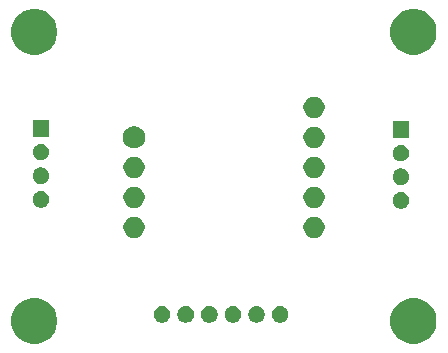
<source format=gts>
G04 #@! TF.GenerationSoftware,KiCad,Pcbnew,(5.1.2)-1*
G04 #@! TF.CreationDate,2020-12-05T14:01:01+09:00*
G04 #@! TF.ProjectId,M5Atom_CAN,4d354174-6f6d-45f4-9341-4e2e6b696361,rev?*
G04 #@! TF.SameCoordinates,Original*
G04 #@! TF.FileFunction,Soldermask,Top*
G04 #@! TF.FilePolarity,Negative*
%FSLAX46Y46*%
G04 Gerber Fmt 4.6, Leading zero omitted, Abs format (unit mm)*
G04 Created by KiCad (PCBNEW (5.1.2)-1) date 2020-12-05 14:01:01*
%MOMM*%
%LPD*%
G04 APERTURE LIST*
%ADD10C,0.100000*%
G04 APERTURE END LIST*
D10*
G36*
X166733085Y-134823974D02*
G01*
X167088143Y-134971044D01*
X167088145Y-134971045D01*
X167407690Y-135184558D01*
X167679441Y-135456309D01*
X167892954Y-135775854D01*
X167892955Y-135775856D01*
X168040025Y-136130914D01*
X168115000Y-136507841D01*
X168115000Y-136892157D01*
X168040025Y-137269084D01*
X167892955Y-137624142D01*
X167892954Y-137624144D01*
X167679441Y-137943689D01*
X167407690Y-138215440D01*
X167088145Y-138428953D01*
X167088144Y-138428954D01*
X167088143Y-138428954D01*
X166733085Y-138576024D01*
X166356158Y-138650999D01*
X165971842Y-138650999D01*
X165594915Y-138576024D01*
X165239857Y-138428954D01*
X165239856Y-138428954D01*
X165239855Y-138428953D01*
X164920310Y-138215440D01*
X164648559Y-137943689D01*
X164435046Y-137624144D01*
X164435045Y-137624142D01*
X164287975Y-137269084D01*
X164213000Y-136892157D01*
X164213000Y-136507841D01*
X164287975Y-136130914D01*
X164435045Y-135775856D01*
X164435046Y-135775854D01*
X164648559Y-135456309D01*
X164920310Y-135184558D01*
X165239855Y-134971045D01*
X165239857Y-134971044D01*
X165594915Y-134823974D01*
X165971842Y-134748999D01*
X166356158Y-134748999D01*
X166733085Y-134823974D01*
X166733085Y-134823974D01*
G37*
G36*
X134633085Y-134823974D02*
G01*
X134988143Y-134971044D01*
X134988145Y-134971045D01*
X135307690Y-135184558D01*
X135579441Y-135456309D01*
X135792954Y-135775854D01*
X135792955Y-135775856D01*
X135940025Y-136130914D01*
X136015000Y-136507841D01*
X136015000Y-136892157D01*
X135940025Y-137269084D01*
X135792955Y-137624142D01*
X135792954Y-137624144D01*
X135579441Y-137943689D01*
X135307690Y-138215440D01*
X134988145Y-138428953D01*
X134988144Y-138428954D01*
X134988143Y-138428954D01*
X134633085Y-138576024D01*
X134256158Y-138650999D01*
X133871842Y-138650999D01*
X133494915Y-138576024D01*
X133139857Y-138428954D01*
X133139856Y-138428954D01*
X133139855Y-138428953D01*
X132820310Y-138215440D01*
X132548559Y-137943689D01*
X132335046Y-137624144D01*
X132335045Y-137624142D01*
X132187975Y-137269084D01*
X132113000Y-136892157D01*
X132113000Y-136507841D01*
X132187975Y-136130914D01*
X132335045Y-135775856D01*
X132335046Y-135775854D01*
X132548559Y-135456309D01*
X132820310Y-135184558D01*
X133139855Y-134971045D01*
X133139857Y-134971044D01*
X133494915Y-134823974D01*
X133871842Y-134748999D01*
X134256158Y-134748999D01*
X134633085Y-134823974D01*
X134633085Y-134823974D01*
G37*
G36*
X149080473Y-135469938D02*
G01*
X149208049Y-135522782D01*
X149322859Y-135599495D01*
X149420505Y-135697141D01*
X149497218Y-135811951D01*
X149550062Y-135939527D01*
X149577000Y-136074956D01*
X149577000Y-136213044D01*
X149550062Y-136348473D01*
X149497218Y-136476049D01*
X149420505Y-136590859D01*
X149322859Y-136688505D01*
X149208049Y-136765218D01*
X149080473Y-136818062D01*
X148945044Y-136845000D01*
X148806956Y-136845000D01*
X148671527Y-136818062D01*
X148543951Y-136765218D01*
X148429141Y-136688505D01*
X148331495Y-136590859D01*
X148254782Y-136476049D01*
X148201938Y-136348473D01*
X148175000Y-136213044D01*
X148175000Y-136074956D01*
X148201938Y-135939527D01*
X148254782Y-135811951D01*
X148331495Y-135697141D01*
X148429141Y-135599495D01*
X148543951Y-135522782D01*
X148671527Y-135469938D01*
X148806956Y-135443000D01*
X148945044Y-135443000D01*
X149080473Y-135469938D01*
X149080473Y-135469938D01*
G37*
G36*
X155080473Y-135469938D02*
G01*
X155208049Y-135522782D01*
X155322859Y-135599495D01*
X155420505Y-135697141D01*
X155497218Y-135811951D01*
X155550062Y-135939527D01*
X155577000Y-136074956D01*
X155577000Y-136213044D01*
X155550062Y-136348473D01*
X155497218Y-136476049D01*
X155420505Y-136590859D01*
X155322859Y-136688505D01*
X155208049Y-136765218D01*
X155080473Y-136818062D01*
X154945044Y-136845000D01*
X154806956Y-136845000D01*
X154671527Y-136818062D01*
X154543951Y-136765218D01*
X154429141Y-136688505D01*
X154331495Y-136590859D01*
X154254782Y-136476049D01*
X154201938Y-136348473D01*
X154175000Y-136213044D01*
X154175000Y-136074956D01*
X154201938Y-135939527D01*
X154254782Y-135811951D01*
X154331495Y-135697141D01*
X154429141Y-135599495D01*
X154543951Y-135522782D01*
X154671527Y-135469938D01*
X154806956Y-135443000D01*
X154945044Y-135443000D01*
X155080473Y-135469938D01*
X155080473Y-135469938D01*
G37*
G36*
X153080473Y-135469938D02*
G01*
X153208049Y-135522782D01*
X153322859Y-135599495D01*
X153420505Y-135697141D01*
X153497218Y-135811951D01*
X153550062Y-135939527D01*
X153577000Y-136074956D01*
X153577000Y-136213044D01*
X153550062Y-136348473D01*
X153497218Y-136476049D01*
X153420505Y-136590859D01*
X153322859Y-136688505D01*
X153208049Y-136765218D01*
X153080473Y-136818062D01*
X152945044Y-136845000D01*
X152806956Y-136845000D01*
X152671527Y-136818062D01*
X152543951Y-136765218D01*
X152429141Y-136688505D01*
X152331495Y-136590859D01*
X152254782Y-136476049D01*
X152201938Y-136348473D01*
X152175000Y-136213044D01*
X152175000Y-136074956D01*
X152201938Y-135939527D01*
X152254782Y-135811951D01*
X152331495Y-135697141D01*
X152429141Y-135599495D01*
X152543951Y-135522782D01*
X152671527Y-135469938D01*
X152806956Y-135443000D01*
X152945044Y-135443000D01*
X153080473Y-135469938D01*
X153080473Y-135469938D01*
G37*
G36*
X145080473Y-135469938D02*
G01*
X145208049Y-135522782D01*
X145322859Y-135599495D01*
X145420505Y-135697141D01*
X145497218Y-135811951D01*
X145550062Y-135939527D01*
X145577000Y-136074956D01*
X145577000Y-136213044D01*
X145550062Y-136348473D01*
X145497218Y-136476049D01*
X145420505Y-136590859D01*
X145322859Y-136688505D01*
X145208049Y-136765218D01*
X145080473Y-136818062D01*
X144945044Y-136845000D01*
X144806956Y-136845000D01*
X144671527Y-136818062D01*
X144543951Y-136765218D01*
X144429141Y-136688505D01*
X144331495Y-136590859D01*
X144254782Y-136476049D01*
X144201938Y-136348473D01*
X144175000Y-136213044D01*
X144175000Y-136074956D01*
X144201938Y-135939527D01*
X144254782Y-135811951D01*
X144331495Y-135697141D01*
X144429141Y-135599495D01*
X144543951Y-135522782D01*
X144671527Y-135469938D01*
X144806956Y-135443000D01*
X144945044Y-135443000D01*
X145080473Y-135469938D01*
X145080473Y-135469938D01*
G37*
G36*
X147080473Y-135469938D02*
G01*
X147208049Y-135522782D01*
X147322859Y-135599495D01*
X147420505Y-135697141D01*
X147497218Y-135811951D01*
X147550062Y-135939527D01*
X147577000Y-136074956D01*
X147577000Y-136213044D01*
X147550062Y-136348473D01*
X147497218Y-136476049D01*
X147420505Y-136590859D01*
X147322859Y-136688505D01*
X147208049Y-136765218D01*
X147080473Y-136818062D01*
X146945044Y-136845000D01*
X146806956Y-136845000D01*
X146671527Y-136818062D01*
X146543951Y-136765218D01*
X146429141Y-136688505D01*
X146331495Y-136590859D01*
X146254782Y-136476049D01*
X146201938Y-136348473D01*
X146175000Y-136213044D01*
X146175000Y-136074956D01*
X146201938Y-135939527D01*
X146254782Y-135811951D01*
X146331495Y-135697141D01*
X146429141Y-135599495D01*
X146543951Y-135522782D01*
X146671527Y-135469938D01*
X146806956Y-135443000D01*
X146945044Y-135443000D01*
X147080473Y-135469938D01*
X147080473Y-135469938D01*
G37*
G36*
X151080473Y-135469938D02*
G01*
X151208049Y-135522782D01*
X151322859Y-135599495D01*
X151420505Y-135697141D01*
X151497218Y-135811951D01*
X151550062Y-135939527D01*
X151577000Y-136074956D01*
X151577000Y-136213044D01*
X151550062Y-136348473D01*
X151497218Y-136476049D01*
X151420505Y-136590859D01*
X151322859Y-136688505D01*
X151208049Y-136765218D01*
X151080473Y-136818062D01*
X150945044Y-136845000D01*
X150806956Y-136845000D01*
X150671527Y-136818062D01*
X150543951Y-136765218D01*
X150429141Y-136688505D01*
X150331495Y-136590859D01*
X150254782Y-136476049D01*
X150201938Y-136348473D01*
X150175000Y-136213044D01*
X150175000Y-136074956D01*
X150201938Y-135939527D01*
X150254782Y-135811951D01*
X150331495Y-135697141D01*
X150429141Y-135599495D01*
X150543951Y-135522782D01*
X150671527Y-135469938D01*
X150806956Y-135443000D01*
X150945044Y-135443000D01*
X151080473Y-135469938D01*
X151080473Y-135469938D01*
G37*
G36*
X142613512Y-127873927D02*
G01*
X142762812Y-127903624D01*
X142926784Y-127971544D01*
X143074354Y-128070147D01*
X143199853Y-128195646D01*
X143298456Y-128343216D01*
X143366376Y-128507188D01*
X143401000Y-128681259D01*
X143401000Y-128858741D01*
X143366376Y-129032812D01*
X143298456Y-129196784D01*
X143199853Y-129344354D01*
X143074354Y-129469853D01*
X142926784Y-129568456D01*
X142762812Y-129636376D01*
X142613512Y-129666073D01*
X142588742Y-129671000D01*
X142411258Y-129671000D01*
X142386488Y-129666073D01*
X142237188Y-129636376D01*
X142073216Y-129568456D01*
X141925646Y-129469853D01*
X141800147Y-129344354D01*
X141701544Y-129196784D01*
X141633624Y-129032812D01*
X141599000Y-128858741D01*
X141599000Y-128681259D01*
X141633624Y-128507188D01*
X141701544Y-128343216D01*
X141800147Y-128195646D01*
X141925646Y-128070147D01*
X142073216Y-127971544D01*
X142237188Y-127903624D01*
X142386488Y-127873927D01*
X142411258Y-127869000D01*
X142588742Y-127869000D01*
X142613512Y-127873927D01*
X142613512Y-127873927D01*
G37*
G36*
X157853512Y-127873927D02*
G01*
X158002812Y-127903624D01*
X158166784Y-127971544D01*
X158314354Y-128070147D01*
X158439853Y-128195646D01*
X158538456Y-128343216D01*
X158606376Y-128507188D01*
X158641000Y-128681259D01*
X158641000Y-128858741D01*
X158606376Y-129032812D01*
X158538456Y-129196784D01*
X158439853Y-129344354D01*
X158314354Y-129469853D01*
X158166784Y-129568456D01*
X158002812Y-129636376D01*
X157853512Y-129666073D01*
X157828742Y-129671000D01*
X157651258Y-129671000D01*
X157626488Y-129666073D01*
X157477188Y-129636376D01*
X157313216Y-129568456D01*
X157165646Y-129469853D01*
X157040147Y-129344354D01*
X156941544Y-129196784D01*
X156873624Y-129032812D01*
X156839000Y-128858741D01*
X156839000Y-128681259D01*
X156873624Y-128507188D01*
X156941544Y-128343216D01*
X157040147Y-128195646D01*
X157165646Y-128070147D01*
X157313216Y-127971544D01*
X157477188Y-127903624D01*
X157626488Y-127873927D01*
X157651258Y-127869000D01*
X157828742Y-127869000D01*
X157853512Y-127873927D01*
X157853512Y-127873927D01*
G37*
G36*
X165304473Y-125817938D02*
G01*
X165432049Y-125870782D01*
X165546859Y-125947495D01*
X165644505Y-126045141D01*
X165721218Y-126159951D01*
X165774062Y-126287527D01*
X165801000Y-126422956D01*
X165801000Y-126561044D01*
X165774062Y-126696473D01*
X165721218Y-126824049D01*
X165644505Y-126938859D01*
X165546859Y-127036505D01*
X165432049Y-127113218D01*
X165304473Y-127166062D01*
X165169044Y-127193000D01*
X165030956Y-127193000D01*
X164895527Y-127166062D01*
X164767951Y-127113218D01*
X164653141Y-127036505D01*
X164555495Y-126938859D01*
X164478782Y-126824049D01*
X164425938Y-126696473D01*
X164399000Y-126561044D01*
X164399000Y-126422956D01*
X164425938Y-126287527D01*
X164478782Y-126159951D01*
X164555495Y-126045141D01*
X164653141Y-125947495D01*
X164767951Y-125870782D01*
X164895527Y-125817938D01*
X165030956Y-125791000D01*
X165169044Y-125791000D01*
X165304473Y-125817938D01*
X165304473Y-125817938D01*
G37*
G36*
X157853512Y-125333927D02*
G01*
X158002812Y-125363624D01*
X158166784Y-125431544D01*
X158314354Y-125530147D01*
X158439853Y-125655646D01*
X158538456Y-125803216D01*
X158606376Y-125967188D01*
X158641000Y-126141259D01*
X158641000Y-126318741D01*
X158606376Y-126492812D01*
X158538456Y-126656784D01*
X158439853Y-126804354D01*
X158314354Y-126929853D01*
X158166784Y-127028456D01*
X158002812Y-127096376D01*
X157853512Y-127126073D01*
X157828742Y-127131000D01*
X157651258Y-127131000D01*
X157626488Y-127126073D01*
X157477188Y-127096376D01*
X157313216Y-127028456D01*
X157165646Y-126929853D01*
X157040147Y-126804354D01*
X156941544Y-126656784D01*
X156873624Y-126492812D01*
X156839000Y-126318741D01*
X156839000Y-126141259D01*
X156873624Y-125967188D01*
X156941544Y-125803216D01*
X157040147Y-125655646D01*
X157165646Y-125530147D01*
X157313216Y-125431544D01*
X157477188Y-125363624D01*
X157626488Y-125333927D01*
X157651258Y-125329000D01*
X157828742Y-125329000D01*
X157853512Y-125333927D01*
X157853512Y-125333927D01*
G37*
G36*
X142613512Y-125333927D02*
G01*
X142762812Y-125363624D01*
X142926784Y-125431544D01*
X143074354Y-125530147D01*
X143199853Y-125655646D01*
X143298456Y-125803216D01*
X143366376Y-125967188D01*
X143401000Y-126141259D01*
X143401000Y-126318741D01*
X143366376Y-126492812D01*
X143298456Y-126656784D01*
X143199853Y-126804354D01*
X143074354Y-126929853D01*
X142926784Y-127028456D01*
X142762812Y-127096376D01*
X142613512Y-127126073D01*
X142588742Y-127131000D01*
X142411258Y-127131000D01*
X142386488Y-127126073D01*
X142237188Y-127096376D01*
X142073216Y-127028456D01*
X141925646Y-126929853D01*
X141800147Y-126804354D01*
X141701544Y-126656784D01*
X141633624Y-126492812D01*
X141599000Y-126318741D01*
X141599000Y-126141259D01*
X141633624Y-125967188D01*
X141701544Y-125803216D01*
X141800147Y-125655646D01*
X141925646Y-125530147D01*
X142073216Y-125431544D01*
X142237188Y-125363624D01*
X142386488Y-125333927D01*
X142411258Y-125329000D01*
X142588742Y-125329000D01*
X142613512Y-125333927D01*
X142613512Y-125333927D01*
G37*
G36*
X134824473Y-125721938D02*
G01*
X134952049Y-125774782D01*
X135066859Y-125851495D01*
X135164505Y-125949141D01*
X135241218Y-126063951D01*
X135294062Y-126191527D01*
X135321000Y-126326956D01*
X135321000Y-126465044D01*
X135294062Y-126600473D01*
X135241218Y-126728049D01*
X135164505Y-126842859D01*
X135066859Y-126940505D01*
X134952049Y-127017218D01*
X134824473Y-127070062D01*
X134689044Y-127097000D01*
X134550956Y-127097000D01*
X134415527Y-127070062D01*
X134287951Y-127017218D01*
X134173141Y-126940505D01*
X134075495Y-126842859D01*
X133998782Y-126728049D01*
X133945938Y-126600473D01*
X133919000Y-126465044D01*
X133919000Y-126326956D01*
X133945938Y-126191527D01*
X133998782Y-126063951D01*
X134075495Y-125949141D01*
X134173141Y-125851495D01*
X134287951Y-125774782D01*
X134415527Y-125721938D01*
X134550956Y-125695000D01*
X134689044Y-125695000D01*
X134824473Y-125721938D01*
X134824473Y-125721938D01*
G37*
G36*
X165304473Y-123817938D02*
G01*
X165432049Y-123870782D01*
X165546859Y-123947495D01*
X165644505Y-124045141D01*
X165721218Y-124159951D01*
X165774062Y-124287527D01*
X165801000Y-124422956D01*
X165801000Y-124561044D01*
X165774062Y-124696473D01*
X165721218Y-124824049D01*
X165644505Y-124938859D01*
X165546859Y-125036505D01*
X165432049Y-125113218D01*
X165304473Y-125166062D01*
X165169044Y-125193000D01*
X165030956Y-125193000D01*
X164895527Y-125166062D01*
X164767951Y-125113218D01*
X164653141Y-125036505D01*
X164555495Y-124938859D01*
X164478782Y-124824049D01*
X164425938Y-124696473D01*
X164399000Y-124561044D01*
X164399000Y-124422956D01*
X164425938Y-124287527D01*
X164478782Y-124159951D01*
X164555495Y-124045141D01*
X164653141Y-123947495D01*
X164767951Y-123870782D01*
X164895527Y-123817938D01*
X165030956Y-123791000D01*
X165169044Y-123791000D01*
X165304473Y-123817938D01*
X165304473Y-123817938D01*
G37*
G36*
X134824473Y-123721938D02*
G01*
X134952049Y-123774782D01*
X135066859Y-123851495D01*
X135164505Y-123949141D01*
X135241218Y-124063951D01*
X135294062Y-124191527D01*
X135321000Y-124326956D01*
X135321000Y-124465044D01*
X135294062Y-124600473D01*
X135241218Y-124728049D01*
X135164505Y-124842859D01*
X135066859Y-124940505D01*
X134952049Y-125017218D01*
X134824473Y-125070062D01*
X134689044Y-125097000D01*
X134550956Y-125097000D01*
X134415527Y-125070062D01*
X134287951Y-125017218D01*
X134173141Y-124940505D01*
X134075495Y-124842859D01*
X133998782Y-124728049D01*
X133945938Y-124600473D01*
X133919000Y-124465044D01*
X133919000Y-124326956D01*
X133945938Y-124191527D01*
X133998782Y-124063951D01*
X134075495Y-123949141D01*
X134173141Y-123851495D01*
X134287951Y-123774782D01*
X134415527Y-123721938D01*
X134550956Y-123695000D01*
X134689044Y-123695000D01*
X134824473Y-123721938D01*
X134824473Y-123721938D01*
G37*
G36*
X157853512Y-122793927D02*
G01*
X158002812Y-122823624D01*
X158166784Y-122891544D01*
X158314354Y-122990147D01*
X158439853Y-123115646D01*
X158538456Y-123263216D01*
X158606376Y-123427188D01*
X158641000Y-123601259D01*
X158641000Y-123778741D01*
X158606376Y-123952812D01*
X158538456Y-124116784D01*
X158439853Y-124264354D01*
X158314354Y-124389853D01*
X158166784Y-124488456D01*
X158002812Y-124556376D01*
X157853512Y-124586073D01*
X157828742Y-124591000D01*
X157651258Y-124591000D01*
X157626488Y-124586073D01*
X157477188Y-124556376D01*
X157313216Y-124488456D01*
X157165646Y-124389853D01*
X157040147Y-124264354D01*
X156941544Y-124116784D01*
X156873624Y-123952812D01*
X156839000Y-123778741D01*
X156839000Y-123601259D01*
X156873624Y-123427188D01*
X156941544Y-123263216D01*
X157040147Y-123115646D01*
X157165646Y-122990147D01*
X157313216Y-122891544D01*
X157477188Y-122823624D01*
X157626488Y-122793927D01*
X157651258Y-122789000D01*
X157828742Y-122789000D01*
X157853512Y-122793927D01*
X157853512Y-122793927D01*
G37*
G36*
X142613512Y-122793927D02*
G01*
X142762812Y-122823624D01*
X142926784Y-122891544D01*
X143074354Y-122990147D01*
X143199853Y-123115646D01*
X143298456Y-123263216D01*
X143366376Y-123427188D01*
X143401000Y-123601259D01*
X143401000Y-123778741D01*
X143366376Y-123952812D01*
X143298456Y-124116784D01*
X143199853Y-124264354D01*
X143074354Y-124389853D01*
X142926784Y-124488456D01*
X142762812Y-124556376D01*
X142613512Y-124586073D01*
X142588742Y-124591000D01*
X142411258Y-124591000D01*
X142386488Y-124586073D01*
X142237188Y-124556376D01*
X142073216Y-124488456D01*
X141925646Y-124389853D01*
X141800147Y-124264354D01*
X141701544Y-124116784D01*
X141633624Y-123952812D01*
X141599000Y-123778741D01*
X141599000Y-123601259D01*
X141633624Y-123427188D01*
X141701544Y-123263216D01*
X141800147Y-123115646D01*
X141925646Y-122990147D01*
X142073216Y-122891544D01*
X142237188Y-122823624D01*
X142386488Y-122793927D01*
X142411258Y-122789000D01*
X142588742Y-122789000D01*
X142613512Y-122793927D01*
X142613512Y-122793927D01*
G37*
G36*
X165304473Y-121817938D02*
G01*
X165432049Y-121870782D01*
X165546859Y-121947495D01*
X165644505Y-122045141D01*
X165721218Y-122159951D01*
X165774062Y-122287527D01*
X165801000Y-122422956D01*
X165801000Y-122561044D01*
X165774062Y-122696473D01*
X165721218Y-122824049D01*
X165644505Y-122938859D01*
X165546859Y-123036505D01*
X165432049Y-123113218D01*
X165304473Y-123166062D01*
X165169044Y-123193000D01*
X165030956Y-123193000D01*
X164895527Y-123166062D01*
X164767951Y-123113218D01*
X164653141Y-123036505D01*
X164555495Y-122938859D01*
X164478782Y-122824049D01*
X164425938Y-122696473D01*
X164399000Y-122561044D01*
X164399000Y-122422956D01*
X164425938Y-122287527D01*
X164478782Y-122159951D01*
X164555495Y-122045141D01*
X164653141Y-121947495D01*
X164767951Y-121870782D01*
X164895527Y-121817938D01*
X165030956Y-121791000D01*
X165169044Y-121791000D01*
X165304473Y-121817938D01*
X165304473Y-121817938D01*
G37*
G36*
X134824473Y-121721938D02*
G01*
X134952049Y-121774782D01*
X135066859Y-121851495D01*
X135164505Y-121949141D01*
X135241218Y-122063951D01*
X135294062Y-122191527D01*
X135321000Y-122326956D01*
X135321000Y-122465044D01*
X135294062Y-122600473D01*
X135241218Y-122728049D01*
X135164505Y-122842859D01*
X135066859Y-122940505D01*
X134952049Y-123017218D01*
X134824473Y-123070062D01*
X134689044Y-123097000D01*
X134550956Y-123097000D01*
X134415527Y-123070062D01*
X134287951Y-123017218D01*
X134173141Y-122940505D01*
X134075495Y-122842859D01*
X133998782Y-122728049D01*
X133945938Y-122600473D01*
X133919000Y-122465044D01*
X133919000Y-122326956D01*
X133945938Y-122191527D01*
X133998782Y-122063951D01*
X134075495Y-121949141D01*
X134173141Y-121851495D01*
X134287951Y-121774782D01*
X134415527Y-121721938D01*
X134550956Y-121695000D01*
X134689044Y-121695000D01*
X134824473Y-121721938D01*
X134824473Y-121721938D01*
G37*
G36*
X142773925Y-120246988D02*
G01*
X142944829Y-120317779D01*
X142944831Y-120317780D01*
X142995362Y-120351544D01*
X143098641Y-120420553D01*
X143229447Y-120551359D01*
X143332221Y-120705171D01*
X143403012Y-120876075D01*
X143439100Y-121057505D01*
X143439100Y-121242495D01*
X143403012Y-121423925D01*
X143332221Y-121594829D01*
X143332220Y-121594831D01*
X143229447Y-121748641D01*
X143098641Y-121879447D01*
X142944831Y-121982220D01*
X142944830Y-121982221D01*
X142944829Y-121982221D01*
X142773925Y-122053012D01*
X142592495Y-122089100D01*
X142407505Y-122089100D01*
X142226075Y-122053012D01*
X142055171Y-121982221D01*
X142055170Y-121982221D01*
X142055169Y-121982220D01*
X141901359Y-121879447D01*
X141770553Y-121748641D01*
X141667780Y-121594831D01*
X141667779Y-121594829D01*
X141596988Y-121423925D01*
X141560900Y-121242495D01*
X141560900Y-121057505D01*
X141596988Y-120876075D01*
X141667779Y-120705171D01*
X141770553Y-120551359D01*
X141901359Y-120420553D01*
X142004638Y-120351544D01*
X142055169Y-120317780D01*
X142055171Y-120317779D01*
X142226075Y-120246988D01*
X142407505Y-120210900D01*
X142592495Y-120210900D01*
X142773925Y-120246988D01*
X142773925Y-120246988D01*
G37*
G36*
X157853512Y-120253927D02*
G01*
X158002812Y-120283624D01*
X158166784Y-120351544D01*
X158314354Y-120450147D01*
X158439853Y-120575646D01*
X158538456Y-120723216D01*
X158606376Y-120887188D01*
X158641000Y-121061259D01*
X158641000Y-121238741D01*
X158606376Y-121412812D01*
X158538456Y-121576784D01*
X158439853Y-121724354D01*
X158314354Y-121849853D01*
X158166784Y-121948456D01*
X158002812Y-122016376D01*
X157858212Y-122045138D01*
X157828742Y-122051000D01*
X157651258Y-122051000D01*
X157621788Y-122045138D01*
X157477188Y-122016376D01*
X157313216Y-121948456D01*
X157165646Y-121849853D01*
X157040147Y-121724354D01*
X156941544Y-121576784D01*
X156873624Y-121412812D01*
X156839000Y-121238741D01*
X156839000Y-121061259D01*
X156873624Y-120887188D01*
X156941544Y-120723216D01*
X157040147Y-120575646D01*
X157165646Y-120450147D01*
X157313216Y-120351544D01*
X157477188Y-120283624D01*
X157626488Y-120253927D01*
X157651258Y-120249000D01*
X157828742Y-120249000D01*
X157853512Y-120253927D01*
X157853512Y-120253927D01*
G37*
G36*
X165801000Y-121193000D02*
G01*
X164399000Y-121193000D01*
X164399000Y-119791000D01*
X165801000Y-119791000D01*
X165801000Y-121193000D01*
X165801000Y-121193000D01*
G37*
G36*
X135321000Y-121097000D02*
G01*
X133919000Y-121097000D01*
X133919000Y-119695000D01*
X135321000Y-119695000D01*
X135321000Y-121097000D01*
X135321000Y-121097000D01*
G37*
G36*
X157853512Y-117713927D02*
G01*
X158002812Y-117743624D01*
X158166784Y-117811544D01*
X158314354Y-117910147D01*
X158439853Y-118035646D01*
X158538456Y-118183216D01*
X158606376Y-118347188D01*
X158641000Y-118521259D01*
X158641000Y-118698741D01*
X158606376Y-118872812D01*
X158538456Y-119036784D01*
X158439853Y-119184354D01*
X158314354Y-119309853D01*
X158166784Y-119408456D01*
X158002812Y-119476376D01*
X157853512Y-119506073D01*
X157828742Y-119511000D01*
X157651258Y-119511000D01*
X157626488Y-119506073D01*
X157477188Y-119476376D01*
X157313216Y-119408456D01*
X157165646Y-119309853D01*
X157040147Y-119184354D01*
X156941544Y-119036784D01*
X156873624Y-118872812D01*
X156839000Y-118698741D01*
X156839000Y-118521259D01*
X156873624Y-118347188D01*
X156941544Y-118183216D01*
X157040147Y-118035646D01*
X157165646Y-117910147D01*
X157313216Y-117811544D01*
X157477188Y-117743624D01*
X157626488Y-117713927D01*
X157651258Y-117709000D01*
X157828742Y-117709000D01*
X157853512Y-117713927D01*
X157853512Y-117713927D01*
G37*
G36*
X166733085Y-110343976D02*
G01*
X167088143Y-110491046D01*
X167088145Y-110491047D01*
X167407690Y-110704560D01*
X167679441Y-110976311D01*
X167892954Y-111295856D01*
X167892955Y-111295858D01*
X168040025Y-111650916D01*
X168115000Y-112027843D01*
X168115000Y-112412159D01*
X168040025Y-112789086D01*
X167892955Y-113144144D01*
X167892954Y-113144146D01*
X167679441Y-113463691D01*
X167407690Y-113735442D01*
X167088145Y-113948955D01*
X167088144Y-113948956D01*
X167088143Y-113948956D01*
X166733085Y-114096026D01*
X166356158Y-114171001D01*
X165971842Y-114171001D01*
X165594915Y-114096026D01*
X165239857Y-113948956D01*
X165239856Y-113948956D01*
X165239855Y-113948955D01*
X164920310Y-113735442D01*
X164648559Y-113463691D01*
X164435046Y-113144146D01*
X164435045Y-113144144D01*
X164287975Y-112789086D01*
X164213000Y-112412159D01*
X164213000Y-112027843D01*
X164287975Y-111650916D01*
X164435045Y-111295858D01*
X164435046Y-111295856D01*
X164648559Y-110976311D01*
X164920310Y-110704560D01*
X165239855Y-110491047D01*
X165239857Y-110491046D01*
X165594915Y-110343976D01*
X165971842Y-110269001D01*
X166356158Y-110269001D01*
X166733085Y-110343976D01*
X166733085Y-110343976D01*
G37*
G36*
X134633085Y-110343976D02*
G01*
X134988143Y-110491046D01*
X134988145Y-110491047D01*
X135307690Y-110704560D01*
X135579441Y-110976311D01*
X135792954Y-111295856D01*
X135792955Y-111295858D01*
X135940025Y-111650916D01*
X136015000Y-112027843D01*
X136015000Y-112412159D01*
X135940025Y-112789086D01*
X135792955Y-113144144D01*
X135792954Y-113144146D01*
X135579441Y-113463691D01*
X135307690Y-113735442D01*
X134988145Y-113948955D01*
X134988144Y-113948956D01*
X134988143Y-113948956D01*
X134633085Y-114096026D01*
X134256158Y-114171001D01*
X133871842Y-114171001D01*
X133494915Y-114096026D01*
X133139857Y-113948956D01*
X133139856Y-113948956D01*
X133139855Y-113948955D01*
X132820310Y-113735442D01*
X132548559Y-113463691D01*
X132335046Y-113144146D01*
X132335045Y-113144144D01*
X132187975Y-112789086D01*
X132113000Y-112412159D01*
X132113000Y-112027843D01*
X132187975Y-111650916D01*
X132335045Y-111295858D01*
X132335046Y-111295856D01*
X132548559Y-110976311D01*
X132820310Y-110704560D01*
X133139855Y-110491047D01*
X133139857Y-110491046D01*
X133494915Y-110343976D01*
X133871842Y-110269001D01*
X134256158Y-110269001D01*
X134633085Y-110343976D01*
X134633085Y-110343976D01*
G37*
M02*

</source>
